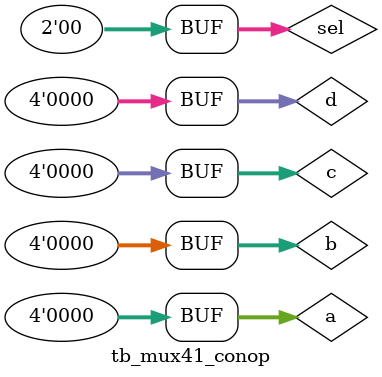
<source format=v>
`timescale 1ns / 1ps


module tb_mux41_conop;

	// Inputs
	reg [1:0] sel;
	reg [3:0] a;
	reg [3:0] b;
	reg [3:0] c;
	reg [3:0] d;

	// Outputs
	wire [3:0] y;

	// Instantiate the Unit Under Test (UUT)
	mux41_conop uut (
		.sel(sel), 
		.a(a), 
		.b(b), 
		.c(c), 
		.d(d), 
		.y(y)
	);

	initial begin
		// Initialize Inputs
		sel = 0;
		a = 0;
		b = 0;
		c = 0;
		d = 0;

		// Wait 100 ns for global reset to finish
		#100;
        
		// Add stimulus here

	end
      
endmodule


</source>
